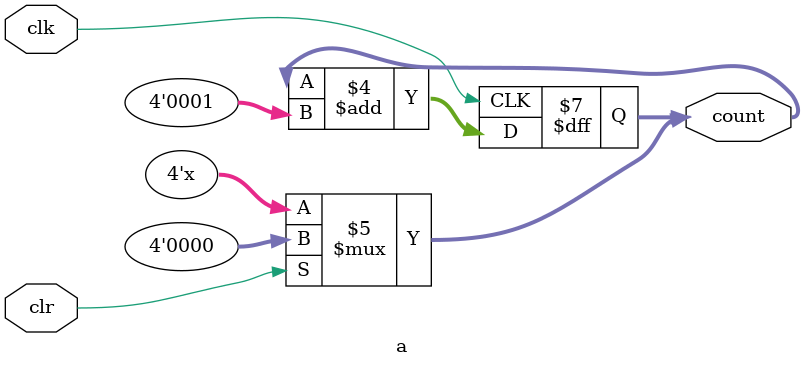
<source format=v>
module a (
input clk,
input clr,

output reg[3:0] count
);


always @(*) begin
if(clr==1'b1) begin
count <= 4'h0000;

end
end

always @(posedge clk) begin
	count<=count+4'h1;
end

endmodule
</source>
